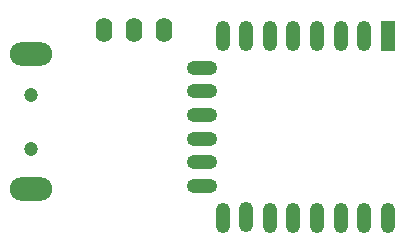
<source format=gbr>
%TF.GenerationSoftware,KiCad,Pcbnew,(5.1.10)-1*%
%TF.CreationDate,2021-10-24T22:50:07+08:00*%
%TF.ProjectId,ESP8266_Wakener,45535038-3236-4365-9f57-616b656e6572,rev?*%
%TF.SameCoordinates,Original*%
%TF.FileFunction,Soldermask,Bot*%
%TF.FilePolarity,Negative*%
%FSLAX46Y46*%
G04 Gerber Fmt 4.6, Leading zero omitted, Abs format (unit mm)*
G04 Created by KiCad (PCBNEW (5.1.10)-1) date 2021-10-24 22:50:07*
%MOMM*%
%LPD*%
G01*
G04 APERTURE LIST*
%ADD10C,1.200000*%
%ADD11O,3.600000X2.000000*%
%ADD12O,1.400000X2.100000*%
%ADD13O,2.600000X1.200000*%
%ADD14O,1.200000X2.600000*%
G04 APERTURE END LIST*
D10*
%TO.C,J1*%
X87900000Y-96200000D03*
X87900000Y-100800000D03*
D11*
X87900000Y-92800000D03*
X87900000Y-104200000D03*
%TD*%
D12*
%TO.C,S1*%
X94042000Y-90774000D03*
X96582000Y-90774000D03*
X99122000Y-90774000D03*
%TD*%
D13*
%TO.C,U2*%
X102410000Y-103938000D03*
X102410000Y-101938000D03*
X102410000Y-99938000D03*
X102410000Y-97938000D03*
X102410000Y-95938000D03*
X102410000Y-93938000D03*
D14*
X118110000Y-106648000D03*
X116110000Y-106648000D03*
X114110000Y-106648000D03*
X112110000Y-106648000D03*
X110110000Y-106648000D03*
X108110000Y-106648000D03*
X106110000Y-106548000D03*
X104110000Y-106648000D03*
X104110000Y-91248000D03*
X106110000Y-91248000D03*
X108110000Y-91248000D03*
X110110000Y-91248000D03*
X112110000Y-91248000D03*
X114110000Y-91248000D03*
X116110000Y-91248000D03*
G36*
G01*
X117560000Y-89948000D02*
X118660000Y-89948000D01*
G75*
G02*
X118710000Y-89998000I0J-50000D01*
G01*
X118710000Y-92498000D01*
G75*
G02*
X118660000Y-92548000I-50000J0D01*
G01*
X117560000Y-92548000D01*
G75*
G02*
X117510000Y-92498000I0J50000D01*
G01*
X117510000Y-89998000D01*
G75*
G02*
X117560000Y-89948000I50000J0D01*
G01*
G37*
%TD*%
M02*

</source>
